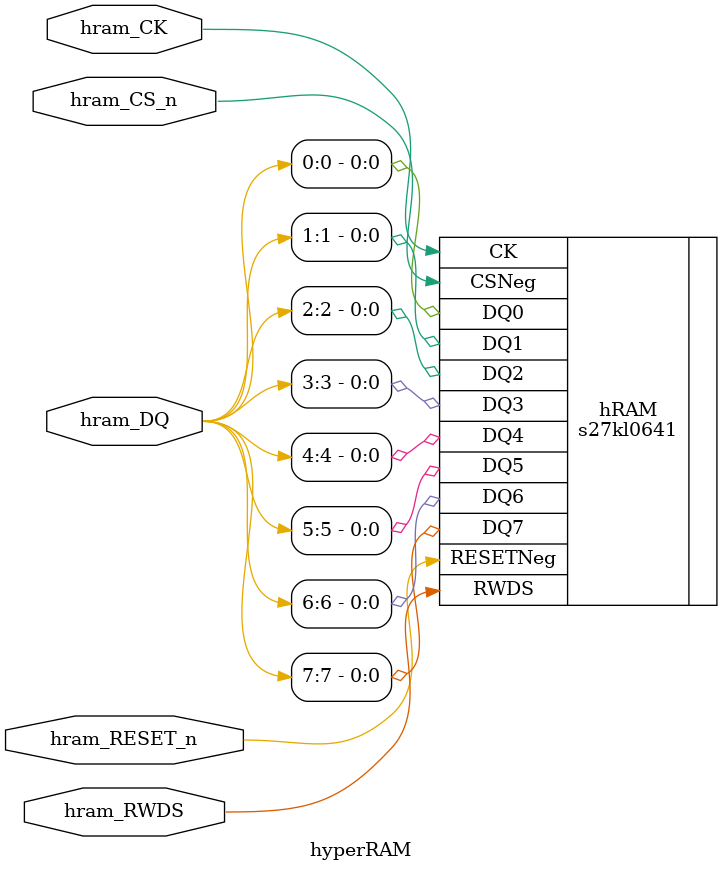
<source format=v>
`timescale 1 ps / 1 ps

module hyperRAM (
  input  wire       hram_CK,
	input  wire       hram_RESET_n,
	inout  wire [7:0] hram_DQ,
	inout  wire       hram_RWDS,
	input  wire       hram_CS_n 
  );

  s27kl0641 hRAM (
    .DQ7 (hram_DQ[7:7]),
    .DQ6 (hram_DQ[6:6]),
    .DQ5 (hram_DQ[5:5]),
    .DQ4 (hram_DQ[4:4]),
    .DQ3 (hram_DQ[3:3]),
    .DQ2 (hram_DQ[2:2]),
    .DQ1 (hram_DQ[1:1]),
    .DQ0 (hram_DQ[0:0]),
    .RWDS (hram_RWDS),
    .CSNeg (hram_CS_n),
    .CK (hram_CK),
    .RESETNeg (hram_RESET_n)
  );

endmodule 

</source>
